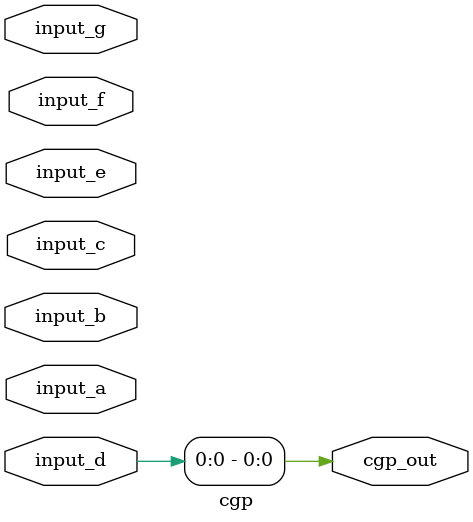
<source format=v>
module cgp(input [1:0] input_a, input [1:0] input_b, input [1:0] input_c, input [1:0] input_d, input [1:0] input_e, input [1:0] input_f, input [1:0] input_g, output [0:0] cgp_out);
  wire cgp_core_016;
  wire cgp_core_017;
  wire cgp_core_018;
  wire cgp_core_019;
  wire cgp_core_020;
  wire cgp_core_021;
  wire cgp_core_022;
  wire cgp_core_024;
  wire cgp_core_025;
  wire cgp_core_026;
  wire cgp_core_027;
  wire cgp_core_028;
  wire cgp_core_029;
  wire cgp_core_030;
  wire cgp_core_032;
  wire cgp_core_033;
  wire cgp_core_034;
  wire cgp_core_035;
  wire cgp_core_036;
  wire cgp_core_037;
  wire cgp_core_038;
  wire cgp_core_039;
  wire cgp_core_042;
  wire cgp_core_043;
  wire cgp_core_044;
  wire cgp_core_045;
  wire cgp_core_046;
  wire cgp_core_047;
  wire cgp_core_048;
  wire cgp_core_049;
  wire cgp_core_050;
  wire cgp_core_051;
  wire cgp_core_052;
  wire cgp_core_053;
  wire cgp_core_054;
  wire cgp_core_055;
  wire cgp_core_056;
  wire cgp_core_057;
  wire cgp_core_058;
  wire cgp_core_061;
  wire cgp_core_062;
  wire cgp_core_063;
  wire cgp_core_064;
  wire cgp_core_065;
  wire cgp_core_066;
  wire cgp_core_067;
  wire cgp_core_068;
  wire cgp_core_069;
  wire cgp_core_070;
  wire cgp_core_071;
  wire cgp_core_074;
  wire cgp_core_075;
  wire cgp_core_077;
  wire cgp_core_078;

  assign cgp_core_016 = input_c[0] ^ input_d[0];
  assign cgp_core_017 = input_c[0] & input_d[0];
  assign cgp_core_018 = input_c[1] | input_d[1];
  assign cgp_core_019 = input_c[1] & input_d[1];
  assign cgp_core_020 = cgp_core_018 ^ cgp_core_017;
  assign cgp_core_021 = cgp_core_018 & cgp_core_017;
  assign cgp_core_022 = ~(input_g[0] & cgp_core_021);
  assign cgp_core_024 = input_e[0] & input_g[0];
  assign cgp_core_025 = input_e[1] ^ input_g[1];
  assign cgp_core_026 = input_e[1] & input_g[1];
  assign cgp_core_027 = cgp_core_025 ^ cgp_core_024;
  assign cgp_core_028 = input_b[0] & cgp_core_024;
  assign cgp_core_029 = ~(cgp_core_026 & cgp_core_028);
  assign cgp_core_030 = ~cgp_core_016;
  assign cgp_core_032 = input_b[1] ^ cgp_core_027;
  assign cgp_core_033 = cgp_core_020 & input_d[1];
  assign cgp_core_034 = cgp_core_032 ^ input_b[0];
  assign cgp_core_035 = cgp_core_032 & input_b[0];
  assign cgp_core_036 = cgp_core_033 | cgp_core_035;
  assign cgp_core_037 = cgp_core_022 ^ input_c[1];
  assign cgp_core_038 = cgp_core_022 & cgp_core_029;
  assign cgp_core_039 = cgp_core_037 | cgp_core_036;
  assign cgp_core_042 = ~(input_b[0] | input_f[0]);
  assign cgp_core_043 = input_b[0] & input_f[0];
  assign cgp_core_044 = input_b[1] ^ input_f[1];
  assign cgp_core_045 = input_g[0] & input_f[1];
  assign cgp_core_046 = cgp_core_044 ^ cgp_core_043;
  assign cgp_core_047 = input_g[1] & cgp_core_043;
  assign cgp_core_048 = cgp_core_045 | input_e[1];
  assign cgp_core_049 = input_a[0] ^ cgp_core_042;
  assign cgp_core_050 = input_a[0] & cgp_core_042;
  assign cgp_core_051 = input_a[1] ^ cgp_core_046;
  assign cgp_core_052 = input_a[1] & cgp_core_046;
  assign cgp_core_053 = ~(cgp_core_051 & cgp_core_050);
  assign cgp_core_054 = input_f[0] & cgp_core_050;
  assign cgp_core_055 = cgp_core_052 | cgp_core_054;
  assign cgp_core_056 = cgp_core_048 ^ cgp_core_055;
  assign cgp_core_057 = cgp_core_048 & cgp_core_055;
  assign cgp_core_058 = ~cgp_core_057;
  assign cgp_core_061 = ~cgp_core_056;
  assign cgp_core_062 = cgp_core_039 & cgp_core_061;
  assign cgp_core_063 = input_g[0] & input_a[1];
  assign cgp_core_064 = ~(cgp_core_039 | cgp_core_056);
  assign cgp_core_065 = cgp_core_064 & input_a[1];
  assign cgp_core_066 = ~cgp_core_053;
  assign cgp_core_067 = cgp_core_034 & cgp_core_066;
  assign cgp_core_068 = ~(input_b[1] ^ cgp_core_065);
  assign cgp_core_069 = ~(cgp_core_034 ^ cgp_core_053);
  assign cgp_core_070 = cgp_core_069 & cgp_core_065;
  assign cgp_core_071 = ~cgp_core_049;
  assign cgp_core_074 = ~(cgp_core_030 & cgp_core_049);
  assign cgp_core_075 = cgp_core_074 & cgp_core_070;
  assign cgp_core_077 = input_g[1] | input_d[0];
  assign cgp_core_078 = cgp_core_063 | cgp_core_077;

  assign cgp_out[0] = input_d[0];
endmodule
</source>
